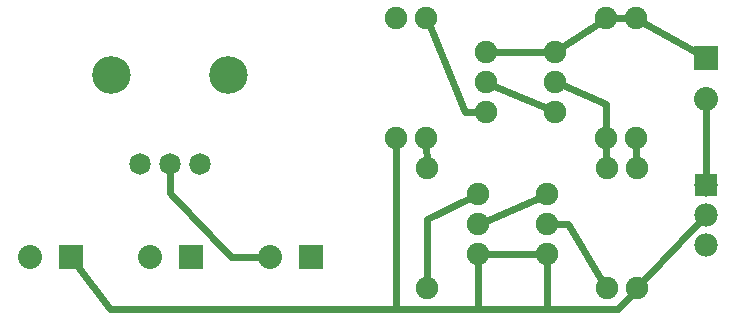
<source format=gtl>
G04 MADE WITH FRITZING*
G04 WWW.FRITZING.ORG*
G04 DOUBLE SIDED*
G04 HOLES PLATED*
G04 CONTOUR ON CENTER OF CONTOUR VECTOR*
%ASAXBY*%
%FSLAX23Y23*%
%MOIN*%
%OFA0B0*%
%SFA1.0B1.0*%
%ADD10C,0.075000*%
%ADD11C,0.080000*%
%ADD12C,0.071889*%
%ADD13C,0.071917*%
%ADD14C,0.124033*%
%ADD15C,0.078000*%
%ADD16C,0.125984*%
%ADD17R,0.080000X0.080000*%
%ADD18R,0.078000X0.078000*%
%ADD19C,0.024000*%
%LNCOPPER1*%
G90*
G70*
G54D10*
X1578Y518D03*
X1578Y118D03*
X1577Y618D03*
X1577Y1018D03*
X2278Y118D03*
X2278Y518D03*
X2277Y1018D03*
X2277Y618D03*
X1477Y618D03*
X1477Y1018D03*
X2177Y1018D03*
X2177Y618D03*
X2178Y118D03*
X2178Y518D03*
G54D11*
X2508Y887D03*
X2508Y749D03*
G54D10*
X1749Y231D03*
X1749Y331D03*
X1749Y431D03*
X1979Y231D03*
X1979Y331D03*
X1979Y431D03*
X1776Y906D03*
X1776Y806D03*
X1776Y706D03*
X2006Y906D03*
X2006Y806D03*
X2006Y706D03*
G54D12*
X623Y534D03*
X723Y534D03*
G54D13*
X823Y534D03*
G54D14*
X529Y830D03*
X918Y830D03*
G54D15*
X2508Y461D03*
X2508Y361D03*
X2508Y261D03*
G54D11*
X792Y223D03*
X655Y223D03*
X392Y223D03*
X254Y223D03*
X1192Y224D03*
X1054Y224D03*
G54D16*
X527Y828D03*
X917Y828D03*
G54D17*
X2508Y887D03*
G54D18*
X2508Y461D03*
G54D17*
X792Y223D03*
X392Y223D03*
X1192Y224D03*
G54D19*
X2302Y1004D02*
X2481Y903D01*
D02*
X924Y224D02*
X1023Y224D01*
D02*
X723Y435D02*
X924Y224D01*
D02*
X1477Y50D02*
X523Y50D01*
D02*
X523Y50D02*
X410Y198D01*
D02*
X1477Y590D02*
X1477Y50D01*
D02*
X2297Y139D02*
X2487Y339D01*
D02*
X723Y501D02*
X723Y435D01*
D02*
X1577Y589D02*
X1578Y547D01*
D02*
X1578Y349D02*
X1578Y147D01*
D02*
X1723Y419D02*
X1578Y349D01*
D02*
X1706Y706D02*
X1588Y991D01*
D02*
X1748Y706D02*
X1706Y706D01*
D02*
X2277Y590D02*
X2277Y547D01*
D02*
X2048Y331D02*
X2163Y142D01*
D02*
X2007Y331D02*
X2048Y331D01*
D02*
X2153Y1003D02*
X2030Y922D01*
D02*
X1805Y906D02*
X1977Y906D01*
D02*
X2206Y1018D02*
X2248Y1018D01*
D02*
X2508Y491D02*
X2508Y718D01*
D02*
X2177Y732D02*
X2032Y795D01*
D02*
X2177Y647D02*
X2177Y732D01*
D02*
X2177Y546D02*
X2177Y590D01*
D02*
X1802Y794D02*
X1979Y718D01*
D02*
X1775Y342D02*
X1952Y420D01*
D02*
X2217Y50D02*
X1749Y50D01*
D02*
X1749Y50D02*
X1749Y202D01*
D02*
X2259Y97D02*
X2217Y50D01*
D02*
X1477Y50D02*
X1979Y50D01*
D02*
X1979Y50D02*
X1979Y203D01*
D02*
X1477Y590D02*
X1477Y50D01*
D02*
X1950Y231D02*
X1778Y231D01*
G04 End of Copper1*
M02*
</source>
